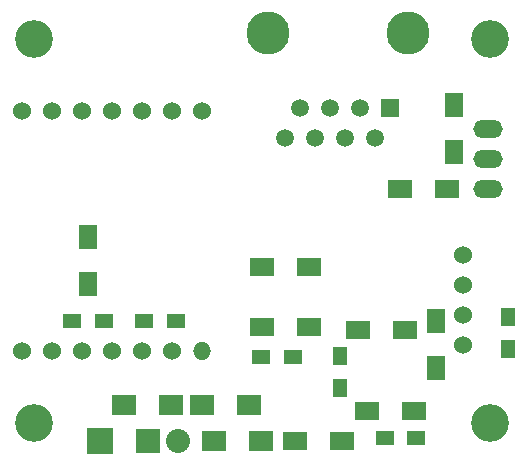
<source format=gbs>
G04 #@! TF.GenerationSoftware,KiCad,Pcbnew,(2016-12-18 revision 3ffa37c)-makepkg*
G04 #@! TF.CreationDate,2016-12-20T01:52:43-05:00*
G04 #@! TF.ProjectId,Energy_Meter,456E657267795F4D657465722E6B6963,rev?*
G04 #@! TF.FileFunction,Soldermask,Bot*
G04 #@! TF.FilePolarity,Negative*
%FSLAX46Y46*%
G04 Gerber Fmt 4.6, Leading zero omitted, Abs format (unit mm)*
G04 Created by KiCad (PCBNEW (2016-12-18 revision 3ffa37c)-makepkg) date 12/20/16 01:52:43*
%MOMM*%
%LPD*%
G01*
G04 APERTURE LIST*
%ADD10C,0.100000*%
%ADD11C,3.200000*%
%ADD12R,2.000000X1.600000*%
%ADD13R,1.600000X2.000000*%
%ADD14C,3.649980*%
%ADD15R,1.501140X1.501140*%
%ADD16C,1.501140*%
%ADD17R,2.032000X2.032000*%
%ADD18O,2.032000X2.032000*%
%ADD19R,2.235200X2.235200*%
%ADD20R,1.500000X1.300000*%
%ADD21R,2.000000X1.700000*%
%ADD22R,1.300000X1.500000*%
%ADD23C,1.524000*%
%ADD24O,2.499360X1.501140*%
%ADD25O,1.524000X1.524000*%
G04 APERTURE END LIST*
D10*
D11*
X197612000Y-89408000D03*
X159004000Y-89408000D03*
X197612000Y-121920000D03*
X159004000Y-121920000D03*
D12*
X191230000Y-120904000D03*
X187230000Y-120904000D03*
X181134000Y-123444000D03*
X185134000Y-123444000D03*
D13*
X193040000Y-117284000D03*
X193040000Y-113284000D03*
D12*
X186468000Y-114046000D03*
X190468000Y-114046000D03*
X178340000Y-113792000D03*
X182340000Y-113792000D03*
X178340000Y-108712000D03*
X182340000Y-108712000D03*
D13*
X163576000Y-106204000D03*
X163576000Y-110204000D03*
X194564000Y-95028000D03*
X194564000Y-99028000D03*
D12*
X193992000Y-102108000D03*
X189992000Y-102108000D03*
D14*
X178816000Y-88900000D03*
X190685420Y-88900000D03*
D15*
X189199520Y-95250000D03*
D16*
X187929520Y-97790000D03*
X186659520Y-95250000D03*
X185389520Y-97790000D03*
X184119520Y-95250000D03*
X182849520Y-97790000D03*
X181579520Y-95250000D03*
X180309520Y-97790000D03*
D17*
X168656000Y-123444000D03*
D18*
X171196000Y-123444000D03*
D19*
X164592000Y-123444000D03*
D20*
X191422000Y-123190000D03*
X188722000Y-123190000D03*
D21*
X178276000Y-123444000D03*
X174276000Y-123444000D03*
D20*
X178228000Y-116332000D03*
X180928000Y-116332000D03*
D22*
X184912000Y-118952000D03*
X184912000Y-116252000D03*
D21*
X166656000Y-120396000D03*
X170656000Y-120396000D03*
X173260000Y-120396000D03*
X177260000Y-120396000D03*
D20*
X164926000Y-113284000D03*
X162226000Y-113284000D03*
X171022000Y-113284000D03*
X168322000Y-113284000D03*
D23*
X195326000Y-107696000D03*
X195326000Y-110236000D03*
X195326000Y-112776000D03*
X195326000Y-115316000D03*
D24*
X197485000Y-99568000D03*
X197485000Y-97028000D03*
X197485000Y-102108000D03*
D23*
X157988000Y-95504000D03*
X160528000Y-95504000D03*
X163068000Y-95504000D03*
X165608000Y-95504000D03*
X168148000Y-95504000D03*
X170688000Y-95504000D03*
X173228000Y-95504000D03*
D25*
X173228000Y-115824000D03*
D23*
X170688000Y-115824000D03*
X168148000Y-115824000D03*
X165608000Y-115824000D03*
X163068000Y-115824000D03*
X160528000Y-115824000D03*
X157988000Y-115824000D03*
D22*
X199136000Y-115650000D03*
X199136000Y-112950000D03*
M02*

</source>
